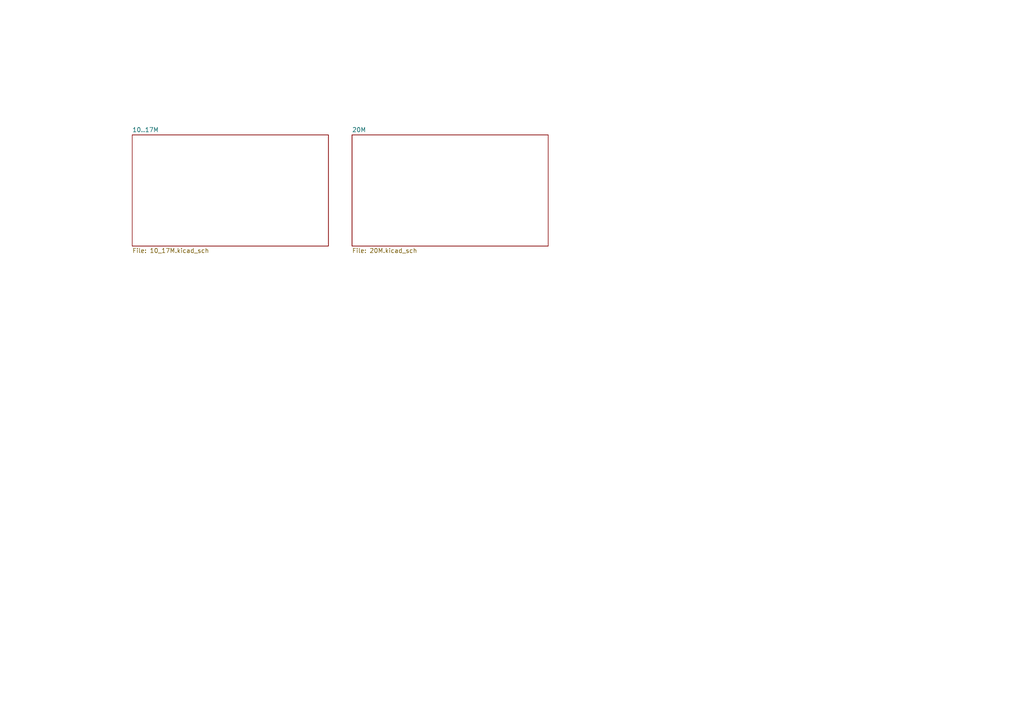
<source format=kicad_sch>
(kicad_sch
	(version 20231120)
	(generator "eeschema")
	(generator_version "8.0")
	(uuid "358efc47-0fc6-4f01-8501-05c752873d2a")
	(paper "A4")
	(lib_symbols)
	(sheet
		(at 102.108 39.116)
		(size 56.896 32.258)
		(fields_autoplaced yes)
		(stroke
			(width 0.1524)
			(type solid)
		)
		(fill
			(color 0 0 0 0.0000)
		)
		(uuid "3060f9c8-4de0-43a0-a504-67d4a48350b2")
		(property "Sheetname" "20M"
			(at 102.108 38.4044 0)
			(effects
				(font
					(size 1.27 1.27)
				)
				(justify left bottom)
			)
		)
		(property "Sheetfile" "20M.kicad_sch"
			(at 102.108 71.9586 0)
			(effects
				(font
					(size 1.27 1.27)
				)
				(justify left top)
			)
		)
		(instances
			(project "pure"
				(path "/74d736cc-15c3-4dc5-ae3c-dc08a689d728/9a1b3552-f49e-450d-a0b3-b14f38660717"
					(page "12")
				)
			)
		)
	)
	(sheet
		(at 38.354 39.116)
		(size 56.896 32.258)
		(fields_autoplaced yes)
		(stroke
			(width 0.1524)
			(type solid)
		)
		(fill
			(color 0 0 0 0.0000)
		)
		(uuid "fb6dd591-e867-49e0-951a-f047df021305")
		(property "Sheetname" "10..17M"
			(at 38.354 38.4044 0)
			(effects
				(font
					(size 1.27 1.27)
				)
				(justify left bottom)
			)
		)
		(property "Sheetfile" "10_17M.kicad_sch"
			(at 38.354 71.9586 0)
			(effects
				(font
					(size 1.27 1.27)
				)
				(justify left top)
			)
		)
		(instances
			(project "pure"
				(path "/74d736cc-15c3-4dc5-ae3c-dc08a689d728/9a1b3552-f49e-450d-a0b3-b14f38660717"
					(page "11")
				)
			)
		)
	)
)
</source>
